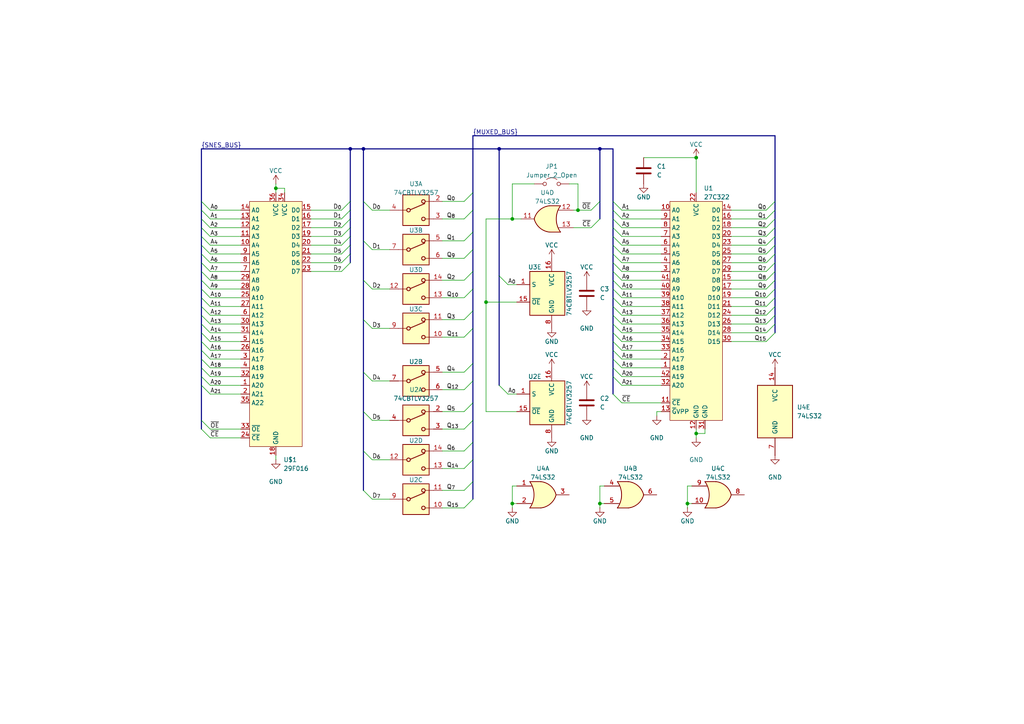
<source format=kicad_sch>
(kicad_sch (version 20231120) (generator "eeschema") (generator_version "8.0")
  (paper "A4")
  (title_block (title "SNES Mask ROM Adapter (27C322)") (date "2025-04-29") (rev "v1.0") (company "Mousebitelabs"))
  (lib_symbols
    (symbol "74xx:74CBTLV3257"
      (property "Reference" "U" (at 17.78 1.27 0))
      (property "Value" "74CBTLV3257" (at 15.24 -1.27 0))
      (symbol "74CBTLV3257_1_1"
        (rectangle (start -3.81 4.445) (end 3.81 -4.445) (stroke (width 0.254)) (fill (type background)))
        (circle (center -2.159 0) (radius 0.508) (stroke (width 0.254)))
        (polyline (pts (xy -5.08 0) (xy -2.794 0)))
        (polyline (pts (xy -1.651 0.127) (xy 2.54 1.905)) (stroke (width 0.254)))
        (polyline (pts (xy 5.08 -2.54) (xy 2.794 -2.54)))
        (polyline (pts (xy 5.08 2.54) (xy 2.794 2.54)))
        (circle (center 2.159 -2.54) (radius 0.508) (stroke (width 0.254)))
        (circle (center 2.159 2.54) (radius 0.508) (stroke (width 0.254)))
        (pin passive line (at 7.62 2.54 180) (length 2.54) (name "~") (number "2"))
        (pin passive line (at 7.62 -2.54 180) (length 2.54) (name "~") (number "3"))
        (pin passive line (at -7.62 0 0) (length 2.54) (name "~") (number "4"))
      )
      (symbol "74CBTLV3257_2_1"
        (rectangle (start -3.81 4.445) (end 3.81 -4.445) (stroke (width 0.254)) (fill (type background)))
        (circle (center -2.159 0) (radius 0.508) (stroke (width 0.254)))
        (polyline (pts (xy -5.08 0) (xy -2.794 0)))
        (polyline (pts (xy -1.651 0.127) (xy 2.54 1.905)) (stroke (width 0.254)))
        (polyline (pts (xy 5.08 -2.54) (xy 2.794 -2.54)))
        (polyline (pts (xy 5.08 2.54) (xy 2.794 2.54)))
        (circle (center 2.159 -2.54) (radius 0.508) (stroke (width 0.254)))
        (circle (center 2.159 2.54) (radius 0.508) (stroke (width 0.254)))
        (pin passive line (at 7.62 2.54 180) (length 2.54) (name "~") (number "5"))
        (pin passive line (at 7.62 -2.54 180) (length 2.54) (name "~") (number "6"))
        (pin passive line (at -7.62 0 0) (length 2.54) (name "~") (number "7"))
      )
      (symbol "74CBTLV3257_3_1"
        (rectangle (start -3.81 4.445) (end 3.81 -4.445) (stroke (width 0.254)) (fill (type background)))
        (circle (center -2.159 0) (radius 0.508) (stroke (width 0.254)))
        (polyline (pts (xy -5.08 0) (xy -2.794 0)))
        (polyline (pts (xy -1.651 0.127) (xy 2.54 1.905)) (stroke (width 0.254)))
        (polyline (pts (xy 5.08 -2.54) (xy 2.794 -2.54)))
        (polyline (pts (xy 5.08 2.54) (xy 2.794 2.54)))
        (circle (center 2.159 -2.54) (radius 0.508) (stroke (width 0.254)))
        (circle (center 2.159 2.54) (radius 0.508) (stroke (width 0.254)))
        (pin passive line (at 7.62 -2.54 180) (length 2.54) (name "~") (number "10"))
        (pin passive line (at 7.62 2.54 180) (length 2.54) (name "~") (number "11"))
        (pin passive line (at -7.62 0 0) (length 2.54) (name "~") (number "9"))
      )
      (symbol "74CBTLV3257_4_1"
        (rectangle (start -3.81 4.445) (end 3.81 -4.445) (stroke (width 0.254)) (fill (type background)))
        (circle (center -2.159 0) (radius 0.508) (stroke (width 0.254)))
        (polyline (pts (xy -5.08 0) (xy -2.794 0)))
        (polyline (pts (xy -1.651 0.127) (xy 2.54 1.905)) (stroke (width 0.254)))
        (polyline (pts (xy 5.08 -2.54) (xy 2.794 -2.54)))
        (polyline (pts (xy 5.08 2.54) (xy 2.794 2.54)))
        (circle (center 2.159 -2.54) (radius 0.508) (stroke (width 0.254)))
        (circle (center 2.159 2.54) (radius 0.508) (stroke (width 0.254)))
        (pin passive line (at -7.62 0 0) (length 2.54) (name "~") (number "12"))
        (pin passive line (at 7.62 -2.54 180) (length 2.54) (name "~") (number "13"))
        (pin passive line (at 7.62 2.54 180) (length 2.54) (name "~") (number "14"))
      )
      (symbol "74CBTLV3257_5_1"
        (rectangle (start 3.81 6.35) (end -6.35 -6.35) (stroke (width 0.254)) (fill (type background)))
        (pin input line (at -10.16 2.54 0) (length 3.81) (name "S") (number "1"))
        (pin input line (at -10.16 -2.54 0) (length 3.81) (name "~{OE}") (number "15"))
        (pin power_in line (at 0 10.16 270) (length 3.81) (name "VCC") (number "16"))
        (pin power_in line (at 0 -10.16 90) (length 3.81) (name "GND") (number "8"))
      )
    )
    (symbol "74xx:74LS32" (pin_names (offset 1.016))
      (property "Reference" "U" (at 0 1.27 0))
      (property "Value" "74LS32" (at 0 -1.27 0))
      (symbol "74LS32_1_1"
        (arc (start -3.81 -3.81) (mid -2.589 0) (end -3.81 3.81) (stroke (width 0.254)))
        (arc (start -0.6096 -3.81) (mid 2.1842 -2.5851) (end 3.81 0) (stroke (width 0.254)) (fill (type background)))
        (polyline (pts (xy -3.81 -3.81) (xy -0.635 -3.81)) (stroke (width 0.254)) (fill (type background)))
        (polyline (pts (xy -3.81 3.81) (xy -0.635 3.81)) (stroke (width 0.254)) (fill (type background)))
        (polyline (pts (xy -0.635 3.81) (xy -3.81 3.81) (xy -3.81 3.81) (xy -3.556 3.4036) (xy -3.0226 2.2606) (xy -2.6924 1.0414) (xy -2.6162 -0.254) (xy -2.7686 -1.4986) (xy -3.175 -2.7178) (xy -3.81 -3.81) (xy -3.81 -3.81) (xy -0.635 -3.81)) (stroke (width -25.4)) (fill (type background)))
        (arc (start 3.81 0) (mid 2.1915 2.5936) (end -0.6096 3.81) (stroke (width 0.254)) (fill (type background)))
        (pin input line (at -7.62 2.54 0) (length 4.318) (name "~") (number "1"))
        (pin input line (at -7.62 -2.54 0) (length 4.318) (name "~") (number "2"))
        (pin output line (at 7.62 0 180) (length 3.81) (name "~") (number "3"))
      )
      (symbol "74LS32_1_2"
        (arc (start 0 -3.81) (mid 3.7934 0) (end 0 3.81) (stroke (width 0.254)) (fill (type background)))
        (polyline (pts (xy 0 3.81) (xy -3.81 3.81) (xy -3.81 -3.81) (xy 0 -3.81)) (stroke (width 0.254)) (fill (type background)))
        (pin input inverted (at -7.62 2.54 0) (length 3.81) (name "~") (number "1"))
        (pin input inverted (at -7.62 -2.54 0) (length 3.81) (name "~") (number "2"))
        (pin output inverted (at 7.62 0 180) (length 3.81) (name "~") (number "3"))
      )
      (symbol "74LS32_2_1"
        (arc (start -3.81 -3.81) (mid -2.589 0) (end -3.81 3.81) (stroke (width 0.254)))
        (arc (start -0.6096 -3.81) (mid 2.1842 -2.5851) (end 3.81 0) (stroke (width 0.254)) (fill (type background)))
        (polyline (pts (xy -3.81 -3.81) (xy -0.635 -3.81)) (stroke (width 0.254)) (fill (type background)))
        (polyline (pts (xy -3.81 3.81) (xy -0.635 3.81)) (stroke (width 0.254)) (fill (type background)))
        (polyline (pts (xy -0.635 3.81) (xy -3.81 3.81) (xy -3.81 3.81) (xy -3.556 3.4036) (xy -3.0226 2.2606) (xy -2.6924 1.0414) (xy -2.6162 -0.254) (xy -2.7686 -1.4986) (xy -3.175 -2.7178) (xy -3.81 -3.81) (xy -3.81 -3.81) (xy -0.635 -3.81)) (stroke (width -25.4)) (fill (type background)))
        (arc (start 3.81 0) (mid 2.1915 2.5936) (end -0.6096 3.81) (stroke (width 0.254)) (fill (type background)))
        (pin input line (at -7.62 2.54 0) (length 4.318) (name "~") (number "4"))
        (pin input line (at -7.62 -2.54 0) (length 4.318) (name "~") (number "5"))
        (pin output line (at 7.62 0 180) (length 3.81) (name "~") (number "6"))
      )
      (symbol "74LS32_2_2"
        (arc (start 0 -3.81) (mid 3.7934 0) (end 0 3.81) (stroke (width 0.254)) (fill (type background)))
        (polyline (pts (xy 0 3.81) (xy -3.81 3.81) (xy -3.81 -3.81) (xy 0 -3.81)) (stroke (width 0.254)) (fill (type background)))
        (pin input inverted (at -7.62 2.54 0) (length 3.81) (name "~") (number "4"))
        (pin input inverted (at -7.62 -2.54 0) (length 3.81) (name "~") (number "5"))
        (pin output inverted (at 7.62 0 180) (length 3.81) (name "~") (number "6"))
      )
      (symbol "74LS32_3_1"
        (arc (start -3.81 -3.81) (mid -2.589 0) (end -3.81 3.81) (stroke (width 0.254)))
        (arc (start -0.6096 -3.81) (mid 2.1842 -2.5851) (end 3.81 0) (stroke (width 0.254)) (fill (type background)))
        (polyline (pts (xy -3.81 -3.81) (xy -0.635 -3.81)) (stroke (width 0.254)) (fill (type background)))
        (polyline (pts (xy -3.81 3.81) (xy -0.635 3.81)) (stroke (width 0.254)) (fill (type background)))
        (polyline (pts (xy -0.635 3.81) (xy -3.81 3.81) (xy -3.81 3.81) (xy -3.556 3.4036) (xy -3.0226 2.2606) (xy -2.6924 1.0414) (xy -2.6162 -0.254) (xy -2.7686 -1.4986) (xy -3.175 -2.7178) (xy -3.81 -3.81) (xy -3.81 -3.81) (xy -0.635 -3.81)) (stroke (width -25.4)) (fill (type background)))
        (arc (start 3.81 0) (mid 2.1915 2.5936) (end -0.6096 3.81) (stroke (width 0.254)) (fill (type background)))
        (pin input line (at -7.62 -2.54 0) (length 4.318) (name "~") (number "10"))
        (pin output line (at 7.62 0 180) (length 3.81) (name "~") (number "8"))
        (pin input line (at -7.62 2.54 0) (length 4.318) (name "~") (number "9"))
      )
      (symbol "74LS32_3_2"
        (arc (start 0 -3.81) (mid 3.7934 0) (end 0 3.81) (stroke (width 0.254)) (fill (type background)))
        (polyline (pts (xy 0 3.81) (xy -3.81 3.81) (xy -3.81 -3.81) (xy 0 -3.81)) (stroke (width 0.254)) (fill (type background)))
        (pin input inverted (at -7.62 -2.54 0) (length 3.81) (name "~") (number "10"))
        (pin output inverted (at 7.62 0 180) (length 3.81) (name "~") (number "8"))
        (pin input inverted (at -7.62 2.54 0) (length 3.81) (name "~") (number "9"))
      )
      (symbol "74LS32_4_1"
        (arc (start -3.81 -3.81) (mid -2.589 0) (end -3.81 3.81) (stroke (width 0.254)))
        (arc (start -0.6096 -3.81) (mid 2.1842 -2.5851) (end 3.81 0) (stroke (width 0.254)) (fill (type background)))
        (polyline (pts (xy -3.81 -3.81) (xy -0.635 -3.81)) (stroke (width 0.254)) (fill (type background)))
        (polyline (pts (xy -3.81 3.81) (xy -0.635 3.81)) (stroke (width 0.254)) (fill (type background)))
        (polyline (pts (xy -0.635 3.81) (xy -3.81 3.81) (xy -3.81 3.81) (xy -3.556 3.4036) (xy -3.0226 2.2606) (xy -2.6924 1.0414) (xy -2.6162 -0.254) (xy -2.7686 -1.4986) (xy -3.175 -2.7178) (xy -3.81 -3.81) (xy -3.81 -3.81) (xy -0.635 -3.81)) (stroke (width -25.4)) (fill (type background)))
        (arc (start 3.81 0) (mid 2.1915 2.5936) (end -0.6096 3.81) (stroke (width 0.254)) (fill (type background)))
        (pin output line (at 7.62 0 180) (length 3.81) (name "~") (number "11"))
        (pin input line (at -7.62 2.54 0) (length 4.318) (name "~") (number "12"))
        (pin input line (at -7.62 -2.54 0) (length 4.318) (name "~") (number "13"))
      )
      (symbol "74LS32_4_2"
        (arc (start 0 -3.81) (mid 3.7934 0) (end 0 3.81) (stroke (width 0.254)) (fill (type background)))
        (polyline (pts (xy 0 3.81) (xy -3.81 3.81) (xy -3.81 -3.81) (xy 0 -3.81)) (stroke (width 0.254)) (fill (type background)))
        (pin output inverted (at 7.62 0 180) (length 3.81) (name "~") (number "11"))
        (pin input inverted (at -7.62 2.54 0) (length 3.81) (name "~") (number "12"))
        (pin input inverted (at -7.62 -2.54 0) (length 3.81) (name "~") (number "13"))
      )
      (symbol "74LS32_5_0"
        (pin power_in line (at 0 12.7 270) (length 5.08) (name "VCC") (number "14"))
        (pin power_in line (at 0 -12.7 90) (length 5.08) (name "GND") (number "7"))
      )
      (symbol "74LS32_5_1"
        (rectangle (start -5.08 7.62) (end 5.08 -7.62) (stroke (width 0.254)) (fill (type background)))
      )
    )
    (symbol "Bucketmouse:27C322"
      (property "Reference" "U" (at -7.62 31.75 0))
      (property "Value" "27C322" (at -10.414 -34.29 0))
      (symbol "27C322_1_1"
        (rectangle (start -7.62 30.48) (end 7.62 -33.02) (fill (type background)))
        (pin input line (at -10.16 -17.78 0) (length 2.54) (name "A18") (number "1"))
        (pin input line (at -10.16 27.94 0) (length 2.54) (name "A0") (number "10"))
        (pin input line (at -10.16 -27.94 0) (length 2.54) (name "~{CE}") (number "11"))
        (pin power_in line (at 0 -35.56 90) (length 2.54) (name "GND") (number "12"))
        (pin input line (at -10.16 -30.48 0) (length 2.54) (name "~{G}VPP") (number "13"))
        (pin tri_state line (at 10.16 27.94 180) (length 2.54) (name "D0") (number "14"))
        (pin tri_state line (at 10.16 7.62 180) (length 2.54) (name "D8") (number "15"))
        (pin tri_state line (at 10.16 25.4 180) (length 2.54) (name "D1") (number "16"))
        (pin tri_state line (at 10.16 5.08 180) (length 2.54) (name "D9") (number "17"))
        (pin tri_state line (at 10.16 22.86 180) (length 2.54) (name "D2") (number "18"))
        (pin tri_state line (at 10.16 2.54 180) (length 2.54) (name "D10") (number "19"))
        (pin input line (at -10.16 -15.24 0) (length 2.54) (name "A17") (number "2"))
        (pin tri_state line (at 10.16 20.32 180) (length 2.54) (name "D3") (number "20"))
        (pin tri_state line (at 10.16 0 180) (length 2.54) (name "D11") (number "21"))
        (pin power_in line (at 0 33.02 270) (length 2.54) (name "VCC") (number "22"))
        (pin tri_state line (at 10.16 17.78 180) (length 2.54) (name "D4") (number "23"))
        (pin tri_state line (at 10.16 -2.54 180) (length 2.54) (name "D12") (number "24"))
        (pin tri_state line (at 10.16 15.24 180) (length 2.54) (name "D5") (number "25"))
        (pin tri_state line (at 10.16 -5.08 180) (length 2.54) (name "D13") (number "26"))
        (pin tri_state line (at 10.16 12.7 180) (length 2.54) (name "D6") (number "27"))
        (pin tri_state line (at 10.16 -7.62 180) (length 2.54) (name "D14") (number "28"))
        (pin tri_state line (at 10.16 10.16 180) (length 2.54) (name "D7") (number "29"))
        (pin input line (at -10.16 10.16 0) (length 2.54) (name "A7") (number "3"))
        (pin tri_state line (at 10.16 -10.16 180) (length 2.54) (name "D15") (number "30"))
        (pin power_in line (at 2.54 -35.56 90) (length 2.54) (name "GND") (number "31"))
        (pin input line (at -10.16 -22.86 0) (length 2.54) (name "A20") (number "32"))
        (pin input line (at -10.16 -12.7 0) (length 2.54) (name "A16") (number "33"))
        (pin input line (at -10.16 -10.16 0) (length 2.54) (name "A15") (number "34"))
        (pin input line (at -10.16 -7.62 0) (length 2.54) (name "A14") (number "35"))
        (pin input line (at -10.16 -5.08 0) (length 2.54) (name "A13") (number "36"))
        (pin input line (at -10.16 -2.54 0) (length 2.54) (name "A12") (number "37"))
        (pin input line (at -10.16 0 0) (length 2.54) (name "A11") (number "38"))
        (pin input line (at -10.16 2.54 0) (length 2.54) (name "A10") (number "39"))
        (pin input line (at -10.16 12.7 0) (length 2.54) (name "A6") (number "4"))
        (pin input line (at -10.16 5.08 0) (length 2.54) (name "A9") (number "40"))
        (pin input line (at -10.16 7.62 0) (length 2.54) (name "A8") (number "41"))
        (pin input line (at -10.16 -20.32 0) (length 2.54) (name "A19") (number "42"))
        (pin input line (at -10.16 15.24 0) (length 2.54) (name "A5") (number "5"))
        (pin input line (at -10.16 17.78 0) (length 2.54) (name "A4") (number "6"))
        (pin input line (at -10.16 20.32 0) (length 2.54) (name "A3") (number "7"))
        (pin input line (at -10.16 22.86 0) (length 2.54) (name "A2") (number "8"))
        (pin input line (at -10.16 25.4 0) (length 2.54) (name "A1") (number "9"))
      )
    )
    (symbol "Bucketmouse:SNES_Mask_ROM"
      (property "Reference" "U" (at -7.62 31.75 0))
      (property "Value" "29F016" (at -10.414 -42.164 0))
      (symbol "SNES_Mask_ROM_1_1"
        (rectangle (start -7.62 30.48) (end 7.62 -40.64) (fill (type background)))
        (pin output line (at -10.16 -22.86 0) (length 2.54) (name "A20") (number "1"))
        (pin output line (at -10.16 17.78 0) (length 2.54) (name "A4") (number "10"))
        (pin output line (at -10.16 20.32 0) (length 2.54) (name "A3") (number "11"))
        (pin output line (at -10.16 22.86 0) (length 2.54) (name "A2") (number "12"))
        (pin output line (at -10.16 25.4 0) (length 2.54) (name "A1") (number "13"))
        (pin output line (at -10.16 27.94 0) (length 2.54) (name "A0") (number "14"))
        (pin bidirectional line (at 10.16 27.94 180) (length 2.54) (name "D0") (number "15"))
        (pin bidirectional line (at 10.16 25.4 180) (length 2.54) (name "D1") (number "16"))
        (pin bidirectional line (at 10.16 22.86 180) (length 2.54) (name "D2") (number "17"))
        (pin power_in line (at 0 -43.18 90) (length 2.54) (name "GND") (number "18"))
        (pin bidirectional line (at 10.16 20.32 180) (length 2.54) (name "D3") (number "19"))
        (pin output line (at -10.16 -25.4 0) (length 2.54) (name "A21") (number "2"))
        (pin bidirectional line (at 10.16 17.78 180) (length 2.54) (name "D4") (number "20"))
        (pin bidirectional line (at 10.16 15.24 180) (length 2.54) (name "D5") (number "21"))
        (pin bidirectional line (at 10.16 12.7 180) (length 2.54) (name "D6") (number "22"))
        (pin bidirectional line (at 10.16 10.16 180) (length 2.54) (name "D7") (number "23"))
        (pin input line (at -10.16 -38.1 0) (length 2.54) (name "~{CE}") (number "24"))
        (pin output line (at -10.16 2.54 0) (length 2.54) (name "A10") (number "25"))
        (pin output line (at -10.16 -12.7 0) (length 2.54) (name "A16") (number "26"))
        (pin output line (at -10.16 0 0) (length 2.54) (name "A11") (number "27"))
        (pin output line (at -10.16 5.08 0) (length 2.54) (name "A9") (number "28"))
        (pin output line (at -10.16 7.62 0) (length 2.54) (name "A8") (number "29"))
        (pin output line (at -10.16 -15.24 0) (length 2.54) (name "A17") (number "3"))
        (pin output line (at -10.16 -5.08 0) (length 2.54) (name "A13") (number "30"))
        (pin output line (at -10.16 -7.62 0) (length 2.54) (name "A14") (number "31"))
        (pin output line (at -10.16 -20.32 0) (length 2.54) (name "A19") (number "32"))
        (pin input line (at -10.16 -35.56 0) (length 2.54) (name "~{OE}") (number "33"))
        (pin power_in line (at 2.54 33.02 270) (length 2.54) (name "VCC") (number "34"))
        (pin output line (at -10.16 -27.94 0) (length 2.54) (name "A22") (number "35"))
        (pin power_in line (at 0 33.02 270) (length 2.54) (name "VCC") (number "36"))
        (pin output line (at -10.16 -17.78 0) (length 2.54) (name "A18") (number "4"))
        (pin output line (at -10.16 -10.16 0) (length 2.54) (name "A15") (number "5"))
        (pin output line (at -10.16 -2.54 0) (length 2.54) (name "A12") (number "6"))
        (pin output line (at -10.16 10.16 0) (length 2.54) (name "A7") (number "7"))
        (pin output line (at -10.16 12.7 0) (length 2.54) (name "A6") (number "8"))
        (pin output line (at -10.16 15.24 0) (length 2.54) (name "A5") (number "9"))
      )
    )
    (symbol "Device:C" (pin_numbers hide) (pin_names (offset 0.254))
      (property "Reference" "C" (at 0.635 2.54 0))
      (property "Value" "C" (at 0.635 -2.54 0))
      (symbol "C_0_1"
        (polyline (pts (xy -2.032 -0.762) (xy 2.032 -0.762)) (stroke (width 0.508)))
        (polyline (pts (xy -2.032 0.762) (xy 2.032 0.762)) (stroke (width 0.508)))
      )
      (symbol "C_1_1"
        (pin passive line (at 0 3.81 270) (length 2.794) (name "~") (number "1"))
        (pin passive line (at 0 -3.81 90) (length 2.794) (name "~") (number "2"))
      )
    )
    (symbol "Jumper:Jumper_2_Open" (pin_numbers hide) (pin_names (offset 0) hide) (exclude_from_sim yes)
      (property "Reference" "JP" (at 0 2.794 0))
      (property "Value" "Jumper_2_Open" (at 0 -2.286 0))
      (symbol "Jumper_2_Open_0_0"
        (circle (center -2.032 0) (radius 0.508))
        (circle (center 2.032 0) (radius 0.508))
      )
      (symbol "Jumper_2_Open_0_1"
        (arc (start 1.524 1.27) (mid 0 1.778) (end -1.524 1.27))
      )
      (symbol "Jumper_2_Open_1_1"
        (pin passive line (at -5.08 0 0) (length 2.54) (name "A") (number "1"))
        (pin passive line (at 5.08 0 180) (length 2.54) (name "B") (number "2"))
      )
    )
    (symbol "power:GND" (power) (pin_numbers hide) (pin_names (offset 0) hide)
      (property "Value" "GND" (at 0 -3.81 0))
      (symbol "GND_0_1"
        (polyline (pts (xy 0 0) (xy 0 -1.27) (xy 1.27 -1.27) (xy 0 -2.54) (xy -1.27 -1.27) (xy 0 -1.27)))
      )
      (symbol "GND_1_1"
        (pin power_in line (at 0 0 270) (length 0) (name "~") (number "1"))
      )
    )
    (symbol "power:VCC" (power) (pin_numbers hide) (pin_names (offset 0) hide)
      (property "Value" "VCC" (at 0 3.556 0))
      (symbol "VCC_0_1"
        (polyline (pts (xy -0.762 1.27) (xy 0 2.54)))
        (polyline (pts (xy 0 0) (xy 0 2.54)))
        (polyline (pts (xy 0 2.54) (xy 0.762 1.27)))
      )
      (symbol "VCC_1_1"
        (pin power_in line (at 0 0 90) (length 0) (name "~") (number "1"))
      )
    )
  )
  (bus_alias "MUXED_BUS" (members "Q_{0}" "Q_{1}" "Q_{2}" "Q_{3}" "Q_{4}" "Q_{5}" "Q_{6}" "Q_{7}" "Q_{8}" "Q_{9}" "Q_{10}" "Q_{11}" "Q_{12}" "Q_{13}" "Q_{14}" "Q_{15}"))
  (bus_alias "SNES_BUS" (members "A_{0}" "A_{1}" "A_{2}" "A_{3}" "A_{4}" "A_{5}" "A_{6}" "A_{7}" "A_{8}" "A_{9}" "A_{10}" "A_{11}" "A_{12}" "A_{13}" "A_{14}" "A_{15}" "A_{16}" "A_{17}" "A_{18}" "A_{19}" "A_{20}" "A_{21}" "~{OE}" "~{CE}" "D_{0}" "D_{1}" "D_{2}" "D_{3}" "D_{4}" "D_{5}" "D_{6}" "D_{7}"))
  (junction (at 101.6 43.18))
  (junction (at 201.93 125.73))
  (junction (at 199.39 146.05))
  (junction (at 167.64 60.96))
  (junction (at 144.78 43.18))
  (junction (at 140.97 87.63))
  (junction (at 173.99 146.05))
  (junction (at 148.59 63.5))
  (junction (at 173.99 43.18))
  (junction (at 105.41 43.18))
  (junction (at 201.93 45.72))
  (junction (at 148.59 146.05))
  (junction (at 80.01 54.61))
  (bus_entry (at 177.8 88.9) (size 2.54 2.54))
  (bus_entry (at 177.8 93.98) (size 2.54 2.54))
  (bus_entry (at 137.16 78.74) (size -2.54 2.54))
  (bus_entry (at 224.79 66.04) (size -2.54 2.54))
  (bus_entry (at 177.8 66.04) (size 2.54 2.54))
  (bus_entry (at 224.79 81.28) (size -2.54 2.54))
  (bus_entry (at 177.8 81.28) (size 2.54 2.54))
  (bus_entry (at 137.16 67.31) (size -2.54 2.54))
  (bus_entry (at 58.42 66.04) (size 2.54 2.54))
  (bus_entry (at 137.16 116.84) (size -2.54 2.54))
  (bus_entry (at 58.42 58.42) (size 2.54 2.54))
  (bus_entry (at 105.41 58.42) (size 2.54 2.54))
  (bus_entry (at 101.6 60.96) (size -2.54 2.54))
  (bus_entry (at 224.79 60.96) (size -2.54 2.54))
  (bus_entry (at 177.8 63.5) (size 2.54 2.54))
  (bus_entry (at 177.8 76.2) (size 2.54 2.54))
  (bus_entry (at 173.99 63.5) (size -2.54 2.54))
  (bus_entry (at 177.8 86.36) (size 2.54 2.54))
  (bus_entry (at 177.8 91.44) (size 2.54 2.54))
  (bus_entry (at 137.16 55.88) (size -2.54 2.54))
  (bus_entry (at 177.8 104.14) (size 2.54 2.54))
  (bus_entry (at 137.16 110.49) (size -2.54 2.54))
  (bus_entry (at 101.6 71.12) (size -2.54 2.54))
  (bus_entry (at 101.6 63.5) (size -2.54 2.54))
  (bus_entry (at 58.42 101.6) (size 2.54 2.54))
  (bus_entry (at 58.42 96.52) (size 2.54 2.54))
  (bus_entry (at 177.8 106.68) (size 2.54 2.54))
  (bus_entry (at 137.16 121.92) (size -2.54 2.54))
  (bus_entry (at 224.79 88.9) (size -2.54 2.54))
  (bus_entry (at 137.16 105.41) (size -2.54 2.54))
  (bus_entry (at 224.79 68.58) (size -2.54 2.54))
  (bus_entry (at 101.6 66.04) (size -2.54 2.54))
  (bus_entry (at 58.42 109.22) (size 2.54 2.54))
  (bus_entry (at 105.41 69.85) (size 2.54 2.54))
  (bus_entry (at 105.41 92.71) (size 2.54 2.54))
  (bus_entry (at 58.42 121.92) (size 2.54 2.54))
  (bus_entry (at 224.79 96.52) (size -2.54 2.54))
  (bus_entry (at 58.42 83.82) (size 2.54 2.54))
  (bus_entry (at 177.8 68.58) (size 2.54 2.54))
  (bus_entry (at 224.79 83.82) (size -2.54 2.54))
  (bus_entry (at 177.8 99.06) (size 2.54 2.54))
  (bus_entry (at 177.8 73.66) (size 2.54 2.54))
  (bus_entry (at 58.42 86.36) (size 2.54 2.54))
  (bus_entry (at 105.41 142.24) (size 2.54 2.54))
  (bus_entry (at 177.8 58.42) (size 2.54 2.54))
  (bus_entry (at 137.16 133.35) (size -2.54 2.54))
  (bus_entry (at 224.79 78.74) (size -2.54 2.54))
  (bus_entry (at 137.16 139.7) (size -2.54 2.54))
  (bus_entry (at 58.42 99.06) (size 2.54 2.54))
  (bus_entry (at 177.8 109.22) (size 2.54 2.54))
  (bus_entry (at 58.42 88.9) (size 2.54 2.54))
  (bus_entry (at 58.42 73.66) (size 2.54 2.54))
  (bus_entry (at 137.16 60.96) (size -2.54 2.54))
  (bus_entry (at 58.42 111.76) (size 2.54 2.54))
  (bus_entry (at 144.78 80.01) (size 2.54 2.54))
  (bus_entry (at 177.8 71.12) (size 2.54 2.54))
  (bus_entry (at 224.79 91.44) (size -2.54 2.54))
  (bus_entry (at 58.42 93.98) (size 2.54 2.54))
  (bus_entry (at 224.79 76.2) (size -2.54 2.54))
  (bus_entry (at 58.42 63.5) (size 2.54 2.54))
  (bus_entry (at 177.8 78.74) (size 2.54 2.54))
  (bus_entry (at 137.16 90.17) (size -2.54 2.54))
  (bus_entry (at 105.41 81.28) (size 2.54 2.54))
  (bus_entry (at 105.41 107.95) (size 2.54 2.54))
  (bus_entry (at 58.42 68.58) (size 2.54 2.54))
  (bus_entry (at 173.99 58.42) (size -2.54 2.54))
  (bus_entry (at 177.8 101.6) (size 2.54 2.54))
  (bus_entry (at 58.42 124.46) (size 2.54 2.54))
  (bus_entry (at 224.79 58.42) (size -2.54 2.54))
  (bus_entry (at 137.16 95.25) (size -2.54 2.54))
  (bus_entry (at 58.42 76.2) (size 2.54 2.54))
  (bus_entry (at 224.79 73.66) (size -2.54 2.54))
  (bus_entry (at 137.16 144.78) (size -2.54 2.54))
  (bus_entry (at 58.42 91.44) (size 2.54 2.54))
  (bus_entry (at 224.79 86.36) (size -2.54 2.54))
  (bus_entry (at 105.41 130.81) (size 2.54 2.54))
  (bus_entry (at 177.8 60.96) (size 2.54 2.54))
  (bus_entry (at 137.16 83.82) (size -2.54 2.54))
  (bus_entry (at 101.6 73.66) (size -2.54 2.54))
  (bus_entry (at 58.42 60.96) (size 2.54 2.54))
  (bus_entry (at 224.79 71.12) (size -2.54 2.54))
  (bus_entry (at 58.42 81.28) (size 2.54 2.54))
  (bus_entry (at 101.6 58.42) (size -2.54 2.54))
  (bus_entry (at 177.8 96.52) (size 2.54 2.54))
  (bus_entry (at 224.79 93.98) (size -2.54 2.54))
  (bus_entry (at 224.79 63.5) (size -2.54 2.54))
  (bus_entry (at 137.16 128.27) (size -2.54 2.54))
  (bus_entry (at 58.42 71.12) (size 2.54 2.54))
  (bus_entry (at 137.16 72.39) (size -2.54 2.54))
  (bus_entry (at 177.8 83.82) (size 2.54 2.54))
  (bus_entry (at 101.6 76.2) (size -2.54 2.54))
  (bus_entry (at 58.42 106.68) (size 2.54 2.54))
  (bus_entry (at 177.8 114.3) (size 2.54 2.54))
  (bus_entry (at 144.78 111.76) (size 2.54 2.54))
  (bus_entry (at 101.6 68.58) (size -2.54 2.54))
  (bus_entry (at 58.42 104.14) (size 2.54 2.54))
  (bus_entry (at 58.42 78.74) (size 2.54 2.54))
  (bus_entry (at 105.41 119.38) (size 2.54 2.54))
  (wire (pts (xy 60.96 91.44) (xy 69.85 91.44)))
  (wire (pts (xy 128.27 58.42) (xy 134.62 58.42)))
  (bus (pts (xy 101.6 58.42) (xy 101.6 43.18)))
  (bus (pts (xy 224.79 83.82) (xy 224.79 81.28)))
  (wire (pts (xy 151.13 63.5) (xy 148.59 63.5)))
  (bus (pts (xy 101.6 68.58) (xy 101.6 66.04)))
  (wire (pts (xy 128.27 142.24) (xy 134.62 142.24)))
  (bus (pts (xy 58.42 76.2) (xy 58.42 78.74)))
  (wire (pts (xy 199.39 140.97) (xy 200.66 140.97)))
  (bus (pts (xy 177.8 78.74) (xy 177.8 81.28)))
  (wire (pts (xy 128.27 81.28) (xy 134.62 81.28)))
  (bus (pts (xy 101.6 73.66) (xy 101.6 71.12)))
  (bus (pts (xy 224.79 96.52) (xy 224.79 93.98)))
  (bus (pts (xy 177.8 88.9) (xy 177.8 91.44)))
  (wire (pts (xy 128.27 135.89) (xy 134.62 135.89)))
  (bus (pts (xy 177.8 109.22) (xy 177.8 114.3)))
  (wire (pts (xy 60.96 83.82) (xy 69.85 83.82)))
  (bus (pts (xy 137.16 139.7) (xy 137.16 144.78)))
  (wire (pts (xy 180.34 73.66) (xy 191.77 73.66)))
  (wire (pts (xy 180.34 111.76) (xy 191.77 111.76)))
  (wire (pts (xy 90.17 68.58) (xy 99.06 68.58)))
  (wire (pts (xy 147.32 82.55) (xy 149.86 82.55)))
  (bus (pts (xy 105.41 43.18) (xy 144.78 43.18)))
  (wire (pts (xy 180.34 86.36) (xy 191.77 86.36)))
  (wire (pts (xy 107.95 144.78) (xy 113.03 144.78)))
  (wire (pts (xy 222.25 93.98) (xy 212.09 93.98)))
  (bus (pts (xy 105.41 81.28) (xy 105.41 92.71)))
  (wire (pts (xy 80.01 54.61) (xy 80.01 55.88)))
  (bus (pts (xy 137.16 121.92) (xy 137.16 128.27)))
  (bus (pts (xy 177.8 106.68) (xy 177.8 109.22)))
  (bus (pts (xy 224.79 76.2) (xy 224.79 73.66)))
  (wire (pts (xy 180.34 83.82) (xy 191.77 83.82)))
  (wire (pts (xy 222.25 96.52) (xy 212.09 96.52)))
  (wire (pts (xy 222.25 78.74) (xy 212.09 78.74)))
  (bus (pts (xy 177.8 93.98) (xy 177.8 96.52)))
  (wire (pts (xy 60.96 109.22) (xy 69.85 109.22)))
  (bus (pts (xy 177.8 104.14) (xy 177.8 106.68)))
  (wire (pts (xy 180.34 109.22) (xy 191.77 109.22)))
  (bus (pts (xy 224.79 63.5) (xy 224.79 60.96)))
  (wire (pts (xy 180.34 116.84) (xy 191.77 116.84)))
  (bus (pts (xy 137.16 55.88) (xy 137.16 39.37)))
  (wire (pts (xy 180.34 76.2) (xy 191.77 76.2)))
  (bus (pts (xy 58.42 83.82) (xy 58.42 86.36)))
  (bus (pts (xy 137.16 95.25) (xy 137.16 105.41)))
  (bus (pts (xy 173.99 43.18) (xy 177.8 43.18)))
  (wire (pts (xy 201.93 125.73) (xy 204.47 125.73)))
  (wire (pts (xy 180.34 91.44) (xy 191.77 91.44)))
  (wire (pts (xy 60.96 60.96) (xy 69.85 60.96)))
  (wire (pts (xy 128.27 119.38) (xy 134.62 119.38)))
  (bus (pts (xy 224.79 71.12) (xy 224.79 68.58)))
  (wire (pts (xy 60.96 99.06) (xy 69.85 99.06)))
  (wire (pts (xy 128.27 130.81) (xy 134.62 130.81)))
  (bus (pts (xy 58.42 109.22) (xy 58.42 111.76)))
  (wire (pts (xy 148.59 146.05) (xy 148.59 147.32)))
  (bus (pts (xy 58.42 66.04) (xy 58.42 68.58)))
  (wire (pts (xy 180.34 88.9) (xy 191.77 88.9)))
  (wire (pts (xy 60.96 101.6) (xy 69.85 101.6)))
  (bus (pts (xy 58.42 43.18) (xy 58.42 58.42)))
  (bus (pts (xy 58.42 68.58) (xy 58.42 71.12)))
  (wire (pts (xy 180.34 104.14) (xy 191.77 104.14)))
  (wire (pts (xy 60.96 68.58) (xy 69.85 68.58)))
  (wire (pts (xy 199.39 146.05) (xy 199.39 147.32)))
  (bus (pts (xy 101.6 76.2) (xy 101.6 73.66)))
  (wire (pts (xy 180.34 63.5) (xy 191.77 63.5)))
  (wire (pts (xy 148.59 63.5) (xy 140.97 63.5)))
  (wire (pts (xy 128.27 86.36) (xy 134.62 86.36)))
  (wire (pts (xy 167.64 60.96) (xy 171.45 60.96)))
  (wire (pts (xy 154.94 53.34) (xy 148.59 53.34)))
  (wire (pts (xy 107.95 110.49) (xy 113.03 110.49)))
  (wire (pts (xy 90.17 71.12) (xy 99.06 71.12)))
  (bus (pts (xy 137.16 55.88) (xy 137.16 60.96)))
  (bus (pts (xy 137.16 90.17) (xy 137.16 95.25)))
  (bus (pts (xy 105.41 43.18) (xy 105.41 58.42)))
  (wire (pts (xy 107.95 83.82) (xy 113.03 83.82)))
  (wire (pts (xy 107.95 60.96) (xy 113.03 60.96)))
  (wire (pts (xy 107.95 95.25) (xy 113.03 95.25)))
  (wire (pts (xy 90.17 73.66) (xy 99.06 73.66)))
  (bus (pts (xy 58.42 106.68) (xy 58.42 109.22)))
  (wire (pts (xy 90.17 78.74) (xy 99.06 78.74)))
  (wire (pts (xy 147.32 114.3) (xy 149.86 114.3)))
  (bus (pts (xy 177.8 63.5) (xy 177.8 66.04)))
  (bus (pts (xy 58.42 96.52) (xy 58.42 99.06)))
  (bus (pts (xy 58.42 88.9) (xy 58.42 91.44)))
  (wire (pts (xy 128.27 107.95) (xy 134.62 107.95)))
  (bus (pts (xy 224.79 68.58) (xy 224.79 66.04)))
  (bus (pts (xy 105.41 119.38) (xy 105.41 130.81)))
  (wire (pts (xy 60.96 96.52) (xy 69.85 96.52)))
  (wire (pts (xy 60.96 93.98) (xy 69.85 93.98)))
  (bus (pts (xy 58.42 93.98) (xy 58.42 96.52)))
  (wire (pts (xy 148.59 140.97) (xy 148.59 146.05)))
  (bus (pts (xy 58.42 81.28) (xy 58.42 83.82)))
  (wire (pts (xy 180.34 60.96) (xy 191.77 60.96)))
  (bus (pts (xy 224.79 66.04) (xy 224.79 63.5)))
  (bus (pts (xy 58.42 73.66) (xy 58.42 76.2)))
  (wire (pts (xy 107.95 121.92) (xy 113.03 121.92)))
  (bus (pts (xy 58.42 60.96) (xy 58.42 63.5)))
  (wire (pts (xy 80.01 54.61) (xy 82.55 54.61)))
  (bus (pts (xy 144.78 80.01) (xy 144.78 111.76)))
  (wire (pts (xy 60.96 111.76) (xy 69.85 111.76)))
  (wire (pts (xy 149.86 146.05) (xy 148.59 146.05)))
  (bus (pts (xy 177.8 83.82) (xy 177.8 86.36)))
  (wire (pts (xy 128.27 69.85) (xy 134.62 69.85)))
  (bus (pts (xy 58.42 91.44) (xy 58.42 93.98)))
  (bus (pts (xy 101.6 60.96) (xy 101.6 58.42)))
  (bus (pts (xy 224.79 78.74) (xy 224.79 76.2)))
  (wire (pts (xy 60.96 104.14) (xy 69.85 104.14)))
  (wire (pts (xy 60.96 124.46) (xy 69.85 124.46)))
  (bus (pts (xy 224.79 86.36) (xy 224.79 83.82)))
  (wire (pts (xy 204.47 125.73) (xy 204.47 124.46)))
  (wire (pts (xy 180.34 68.58) (xy 191.77 68.58)))
  (wire (pts (xy 201.93 125.73) (xy 201.93 127)))
  (wire (pts (xy 60.96 78.74) (xy 69.85 78.74)))
  (wire (pts (xy 167.64 53.34) (xy 167.64 60.96)))
  (bus (pts (xy 101.6 71.12) (xy 101.6 68.58)))
  (bus (pts (xy 58.42 111.76) (xy 58.42 121.92)))
  (wire (pts (xy 222.25 60.96) (xy 212.09 60.96)))
  (bus (pts (xy 224.79 60.96) (xy 224.79 58.42)))
  (wire (pts (xy 80.01 132.08) (xy 80.01 133.35)))
  (bus (pts (xy 177.8 60.96) (xy 177.8 63.5)))
  (wire (pts (xy 60.96 63.5) (xy 69.85 63.5)))
  (bus (pts (xy 177.8 73.66) (xy 177.8 76.2)))
  (bus (pts (xy 224.79 88.9) (xy 224.79 86.36)))
  (bus (pts (xy 177.8 99.06) (xy 177.8 101.6)))
  (bus (pts (xy 105.41 69.85) (xy 105.41 81.28)))
  (wire (pts (xy 107.95 133.35) (xy 113.03 133.35)))
  (wire (pts (xy 60.96 127) (xy 69.85 127)))
  (bus (pts (xy 177.8 81.28) (xy 177.8 83.82)))
  (wire (pts (xy 222.25 86.36) (xy 212.09 86.36)))
  (bus (pts (xy 105.41 58.42) (xy 105.41 69.85)))
  (wire (pts (xy 165.1 53.34) (xy 167.64 53.34)))
  (wire (pts (xy 222.25 99.06) (xy 212.09 99.06)))
  (bus (pts (xy 137.16 105.41) (xy 137.16 110.49)))
  (bus (pts (xy 177.8 86.36) (xy 177.8 88.9)))
  (wire (pts (xy 90.17 60.96) (xy 99.06 60.96)))
  (bus (pts (xy 58.42 63.5) (xy 58.42 66.04)))
  (wire (pts (xy 180.34 106.68) (xy 191.77 106.68)))
  (bus (pts (xy 173.99 58.42) (xy 173.99 63.5)))
  (bus (pts (xy 105.41 130.81) (xy 105.41 142.24)))
  (wire (pts (xy 60.96 114.3) (xy 69.85 114.3)))
  (wire (pts (xy 175.26 140.97) (xy 173.99 140.97)))
  (wire (pts (xy 90.17 66.04) (xy 99.06 66.04)))
  (bus (pts (xy 177.8 91.44) (xy 177.8 93.98)))
  (wire (pts (xy 173.99 140.97) (xy 173.99 146.05)))
  (wire (pts (xy 222.25 73.66) (xy 212.09 73.66)))
  (wire (pts (xy 222.25 63.5) (xy 212.09 63.5)))
  (wire (pts (xy 140.97 87.63) (xy 140.97 119.38)))
  (bus (pts (xy 137.16 133.35) (xy 137.16 139.7)))
  (wire (pts (xy 128.27 97.79) (xy 134.62 97.79)))
  (wire (pts (xy 222.25 83.82) (xy 212.09 83.82)))
  (wire (pts (xy 80.01 53.34) (xy 80.01 54.61)))
  (wire (pts (xy 180.34 93.98) (xy 191.77 93.98)))
  (wire (pts (xy 128.27 63.5) (xy 134.62 63.5)))
  (bus (pts (xy 173.99 43.18) (xy 173.99 58.42)))
  (bus (pts (xy 58.42 58.42) (xy 58.42 60.96)))
  (wire (pts (xy 201.93 45.72) (xy 201.93 55.88)))
  (bus (pts (xy 137.16 128.27) (xy 137.16 133.35)))
  (bus (pts (xy 177.8 76.2) (xy 177.8 78.74)))
  (bus (pts (xy 105.41 107.95) (xy 105.41 119.38)))
  (wire (pts (xy 222.25 88.9) (xy 212.09 88.9)))
  (bus (pts (xy 58.42 99.06) (xy 58.42 101.6)))
  (wire (pts (xy 128.27 124.46) (xy 134.62 124.46)))
  (wire (pts (xy 149.86 140.97) (xy 148.59 140.97)))
  (wire (pts (xy 199.39 146.05) (xy 200.66 146.05)))
  (wire (pts (xy 190.5 120.65) (xy 190.5 119.38)))
  (wire (pts (xy 180.34 99.06) (xy 191.77 99.06)))
  (wire (pts (xy 148.59 53.34) (xy 148.59 63.5)))
  (wire (pts (xy 107.95 72.39) (xy 113.03 72.39)))
  (wire (pts (xy 222.25 66.04) (xy 212.09 66.04)))
  (bus (pts (xy 177.8 71.12) (xy 177.8 73.66)))
  (bus (pts (xy 137.16 72.39) (xy 137.16 78.74)))
  (wire (pts (xy 60.96 106.68) (xy 69.85 106.68)))
  (bus (pts (xy 58.42 86.36) (xy 58.42 88.9)))
  (wire (pts (xy 180.34 101.6) (xy 191.77 101.6)))
  (wire (pts (xy 222.25 68.58) (xy 212.09 68.58)))
  (wire (pts (xy 180.34 96.52) (xy 191.77 96.52)))
  (wire (pts (xy 128.27 92.71) (xy 134.62 92.71)))
  (bus (pts (xy 58.42 101.6) (xy 58.42 104.14)))
  (wire (pts (xy 60.96 88.9) (xy 69.85 88.9)))
  (wire (pts (xy 167.64 60.96) (xy 166.37 60.96)))
  (wire (pts (xy 222.25 71.12) (xy 212.09 71.12)))
  (bus (pts (xy 224.79 39.37) (xy 224.79 58.42)))
  (bus (pts (xy 58.42 104.14) (xy 58.42 106.68)))
  (wire (pts (xy 90.17 63.5) (xy 99.06 63.5)))
  (wire (pts (xy 180.34 71.12) (xy 191.77 71.12)))
  (wire (pts (xy 199.39 140.97) (xy 199.39 146.05)))
  (wire (pts (xy 60.96 71.12) (xy 69.85 71.12)))
  (wire (pts (xy 222.25 81.28) (xy 212.09 81.28)))
  (bus (pts (xy 177.8 96.52) (xy 177.8 99.06)))
  (wire (pts (xy 222.25 91.44) (xy 212.09 91.44)))
  (bus (pts (xy 224.79 73.66) (xy 224.79 71.12)))
  (wire (pts (xy 128.27 147.32) (xy 134.62 147.32)))
  (bus (pts (xy 58.42 71.12) (xy 58.42 73.66)))
  (bus (pts (xy 224.79 91.44) (xy 224.79 88.9)))
  (wire (pts (xy 180.34 78.74) (xy 191.77 78.74)))
  (wire (pts (xy 82.55 54.61) (xy 82.55 55.88)))
  (bus (pts (xy 137.16 39.37) (xy 224.79 39.37)))
  (wire (pts (xy 140.97 63.5) (xy 140.97 87.63)))
  (wire (pts (xy 180.34 66.04) (xy 191.77 66.04)))
  (bus (pts (xy 224.79 93.98) (xy 224.79 91.44)))
  (bus (pts (xy 137.16 67.31) (xy 137.16 72.39)))
  (wire (pts (xy 128.27 74.93) (xy 134.62 74.93)))
  (bus (pts (xy 137.16 110.49) (xy 137.16 116.84)))
  (bus (pts (xy 101.6 63.5) (xy 101.6 60.96)))
  (bus (pts (xy 177.8 58.42) (xy 177.8 60.96)))
  (wire (pts (xy 60.96 86.36) (xy 69.85 86.36)))
  (wire (pts (xy 190.5 119.38) (xy 191.77 119.38)))
  (bus (pts (xy 137.16 78.74) (xy 137.16 83.82)))
  (bus (pts (xy 137.16 83.82) (xy 137.16 90.17)))
  (bus (pts (xy 177.8 43.18) (xy 177.8 58.42)))
  (wire (pts (xy 166.37 66.04) (xy 171.45 66.04)))
  (bus (pts (xy 177.8 68.58) (xy 177.8 71.12)))
  (bus (pts (xy 137.16 60.96) (xy 137.16 67.31)))
  (wire (pts (xy 60.96 76.2) (xy 69.85 76.2)))
  (bus (pts (xy 58.42 121.92) (xy 58.42 124.46)))
  (wire (pts (xy 173.99 146.05) (xy 173.99 147.32)))
  (bus (pts (xy 144.78 43.18) (xy 173.99 43.18)))
  (wire (pts (xy 128.27 113.03) (xy 134.62 113.03)))
  (wire (pts (xy 222.25 76.2) (xy 212.09 76.2)))
  (wire (pts (xy 60.96 66.04) (xy 69.85 66.04)))
  (wire (pts (xy 140.97 119.38) (xy 149.86 119.38)))
  (bus (pts (xy 105.41 92.71) (xy 105.41 107.95)))
  (bus (pts (xy 58.42 78.74) (xy 58.42 81.28)))
  (wire (pts (xy 201.93 124.46) (xy 201.93 125.73)))
  (bus (pts (xy 177.8 66.04) (xy 177.8 68.58)))
  (bus (pts (xy 137.16 116.84) (xy 137.16 121.92)))
  (bus (pts (xy 58.42 43.18) (xy 101.6 43.18)))
  (bus (pts (xy 101.6 43.18) (xy 105.41 43.18)))
  (bus (pts (xy 224.79 81.28) (xy 224.79 78.74)))
  (wire (pts (xy 186.69 45.72) (xy 201.93 45.72)))
  (bus (pts (xy 101.6 66.04) (xy 101.6 63.5)))
  (bus (pts (xy 144.78 43.18) (xy 144.78 80.01)))
  (wire (pts (xy 90.17 76.2) (xy 99.06 76.2)))
  (wire (pts (xy 140.97 87.63) (xy 149.86 87.63)))
  (wire (pts (xy 60.96 73.66) (xy 69.85 73.66)))
  (wire (pts (xy 173.99 146.05) (xy 175.26 146.05)))
  (wire (pts (xy 180.34 81.28) (xy 191.77 81.28)))
  (bus (pts (xy 177.8 101.6) (xy 177.8 104.14)))
  (wire (pts (xy 60.96 81.28) (xy 69.85 81.28)))
  (label "Q_{15}" (at 222.25 99.06 180))
  (label "~{OE}" (at 60.96 124.46 0))
  (label "Q_{14}" (at 129.54 135.89 0))
  (label "D_{6}" (at 107.95 133.35 0))
  (label "A_{5}" (at 180.34 71.12 0))
  (label "~{CE}" (at 180.34 116.84 0))
  (label "A_{18}" (at 60.96 106.68 0))
  (label "Q_{1}" (at 222.25 63.5 180))
  (label "A_{10}" (at 60.96 86.36 0))
  (label "Q_{7}" (at 222.25 78.74 180))
  (label "~{CE}" (at 171.45 66.04 180))
  (label "A_{1}" (at 180.34 60.96 0))
  (label "A_{6}" (at 60.96 76.2 0))
  (label "Q_{0}" (at 129.54 58.42 0))
  (label "D_{4}" (at 107.95 110.49 0))
  (label "~{OE}" (at 171.45 60.96 180))
  (label "A_{14}" (at 180.34 93.98 0))
  (label "A_{21}" (at 60.96 114.3 0))
  (label "A_{6}" (at 180.34 73.66 0))
  (label "A_{16}" (at 180.34 99.06 0))
  (label "A_{4}" (at 180.34 68.58 0))
  (label "Q_{11}" (at 222.25 88.9 180))
  (label "A_{14}" (at 60.96 96.52 0))
  (label "Q_{2}" (at 222.25 66.04 180))
  (label "Q_{12}" (at 129.54 113.03 0))
  (label "Q_{10}" (at 129.54 86.36 0))
  (label "Q_{5}" (at 222.25 73.66 180))
  (label "Q_{9}" (at 129.54 74.93 0))
  (label "A_{13}" (at 60.96 93.98 0))
  (label "Q_{6}" (at 129.54 130.81 0))
  (label "Q_{2}" (at 129.54 81.28 0))
  (label "D_{7}" (at 99.06 78.74 180))
  (label "A_{13}" (at 180.34 91.44 0))
  (label "A_{11}" (at 180.34 86.36 0))
  (label "Q_{9}" (at 222.25 83.82 180))
  (label "D_{6}" (at 99.06 76.2 180))
  (label "Q_{13}" (at 129.54 124.46 0))
  (label "A_{20}" (at 60.96 111.76 0))
  (label "D_{3}" (at 99.06 68.58 180))
  (label "D_{2}" (at 107.95 83.82 0))
  (label "{MUXED_BUS}" (at 137.16 39.37 0))
  (label "Q_{3}" (at 129.54 92.71 0))
  (label "A_{19}" (at 180.34 106.68 0))
  (label "A_{12}" (at 180.34 88.9 0))
  (label "A_{2}" (at 60.96 66.04 0))
  (label "A_{11}" (at 60.96 88.9 0))
  (label "Q_{15}" (at 129.54 147.32 0))
  (label "Q_{8}" (at 222.25 81.28 180))
  (label "A_{20}" (at 180.34 109.22 0))
  (label "D_{5}" (at 107.95 121.92 0))
  (label "D_{7}" (at 107.95 144.78 0))
  (label "A_{18}" (at 180.34 104.14 0))
  (label "Q_{7}" (at 129.54 142.24 0))
  (label "A_{15}" (at 180.34 96.52 0))
  (label "D_{0}" (at 99.06 60.96 180))
  (label "A_{17}" (at 180.34 101.6 0))
  (label "A_{9}" (at 180.34 81.28 0))
  (label "Q_{10}" (at 222.25 86.36 180))
  (label "A_{1}" (at 60.96 63.5 0))
  (label "A_{19}" (at 60.96 109.22 0))
  (label "A_{16}" (at 60.96 101.6 0))
  (label "A_{7}" (at 180.34 76.2 0))
  (label "Q_{1}" (at 129.54 69.85 0))
  (label "Q_{13}" (at 222.25 93.98 180))
  (label "A_{17}" (at 60.96 104.14 0))
  (label "A_{21}" (at 180.34 111.76 0))
  (label "A_{8}" (at 60.96 81.28 0))
  (label "A_{2}" (at 180.34 63.5 0))
  (label "A_{8}" (at 180.34 78.74 0))
  (label "A_{3}" (at 60.96 68.58 0))
  (label "Q_{4}" (at 222.25 71.12 180))
  (label "A_{7}" (at 60.96 78.74 0))
  (label "D_{4}" (at 99.06 71.12 180))
  (label "Q_{5}" (at 129.54 119.38 0))
  (label "Q_{14}" (at 222.25 96.52 180))
  (label "Q_{0}" (at 222.25 60.96 180))
  (label "Q_{11}" (at 129.54 97.79 0))
  (label "A_{0}" (at 147.32 114.3 0))
  (label "D_{5}" (at 99.06 73.66 180))
  (label "A_{9}" (at 60.96 83.82 0))
  (label "Q_{3}" (at 222.25 68.58 180))
  (label "A_{3}" (at 180.34 66.04 0))
  (label "A_{4}" (at 60.96 71.12 0))
  (label "D_{3}" (at 107.95 95.25 0))
  (label "A_{0}" (at 147.32 82.55 0))
  (label "A_{0}" (at 60.96 60.96 0))
  (label "~{CE}" (at 60.96 127 0))
  (label "D_{0}" (at 107.95 60.96 0))
  (label "D_{1}" (at 99.06 63.5 180))
  (label "A_{15}" (at 60.96 99.06 0))
  (label "A_{12}" (at 60.96 91.44 0))
  (label "Q_{12}" (at 222.25 91.44 180))
  (label "D_{2}" (at 99.06 66.04 180))
  (label "Q_{6}" (at 222.25 76.2 180))
  (label "D_{1}" (at 107.95 72.39 0))
  (label "{SNES_BUS}" (at 58.42 43.18 0))
  (label "Q_{4}" (at 129.54 107.95 0))
  (label "A_{10}" (at 180.34 83.82 0))
  (label "Q_{8}" (at 129.54 63.5 0))
  (label "A_{5}" (at 60.96 73.66 0))
  (symbol (lib_id "74xx:74LS32") (at 158.75 63.5 0) (mirror y) (unit 4)
    (property "Reference" "U4" (at 158.75 55.88 0))
    (property "Value" "74LS32" (at 158.75 58.42 0))
    (property "Footprint" "Bucketmouse:DIP-14_W7.62mm" (effects (hide yes)))
    (property "Datasheet" "http://www.ti.com/lit/gpn/sn74LS32" (effects (hide yes)))
    (property "Description" "Quad 2-input OR" (effects (hide yes)))
  )
  (symbol (lib_id "74xx:74CBTLV3257") (at 120.65 60.96 0) (unit 1)
    (property "Reference" "U3" (at 120.65 53.34 0))
    (property "Value" "74CBTLV3257" (at 120.65 55.88 0))
    (property "Footprint" "Bucketmouse:DIP-16_W7.62mm" (effects (hide yes)))
    (property "Datasheet" "http://www.ti.com/lit/ds/symlink/sn74cbtlv3257.pdf" (effects (hide yes)))
    (property "Description" "Quad 1:2 FET Multiplexer/Demultiplexer, Low-Voltage" (effects (hide yes)))
  )
  (symbol (lib_id "power:VCC") (at 224.79 106.68 0) (unit 1)
    (property "Reference" "#PWR011" (effects (hide yes)))
    (property "Value" "VCC" (at 224.79 102.87 0))
    (property "Description" "Power symbol creates a global label with name \"VCC\"" (effects (hide yes)))
  )
  (symbol (lib_id "power:VCC") (at 170.18 81.28 0) (unit 1)
    (property "Reference" "#PWR016" (effects (hide yes)))
    (property "Value" "VCC" (at 170.18 77.47 0))
    (property "Description" "Power symbol creates a global label with name \"VCC\"" (effects (hide yes)))
  )
  (symbol (lib_id "74xx:74CBTLV3257") (at 120.65 144.78 0) (unit 3)
    (property "Reference" "U2" (at 120.65 139.192 0))
    (property "Value" "74CBTLV3257" (effects (hide yes)))
    (property "Footprint" "Bucketmouse:DIP-16_W7.62mm" (effects (hide yes)))
    (property "Datasheet" "http://www.ti.com/lit/ds/symlink/sn74cbtlv3257.pdf" (effects (hide yes)))
    (property "Description" "Quad 1:2 FET Multiplexer/Demultiplexer, Low-Voltage" (effects (hide yes)))
  )
  (symbol (lib_id "power:GND") (at 170.18 88.9 0) (unit 1)
    (property "Reference" "#PWR019" (effects (hide yes)))
    (property "Value" "GND" (at 170.18 95.25 0))
    (property "Description" "Power symbol creates a global label with name \"GND\" , ground" (effects (hide yes)))
  )
  (symbol (lib_id "74xx:74CBTLV3257") (at 120.65 121.92 0) (unit 1)
    (property "Reference" "U2" (at 120.65 113.03 0))
    (property "Value" "74CBTLV3257" (at 120.65 115.57 0))
    (property "Footprint" "Bucketmouse:DIP-16_W7.62mm" (effects (hide yes)))
    (property "Datasheet" "http://www.ti.com/lit/ds/symlink/sn74cbtlv3257.pdf" (effects (hide yes)))
    (property "Description" "Quad 1:2 FET Multiplexer/Demultiplexer, Low-Voltage" (effects (hide yes)))
  )
  (symbol (lib_id "74xx:74CBTLV3257") (at 120.65 110.49 0) (unit 2)
    (property "Reference" "U2" (at 120.65 104.902 0))
    (property "Value" "74CBTLV3257" (effects (hide yes)))
    (property "Footprint" "Bucketmouse:DIP-16_W7.62mm" (effects (hide yes)))
    (property "Datasheet" "http://www.ti.com/lit/ds/symlink/sn74cbtlv3257.pdf" (effects (hide yes)))
    (property "Description" "Quad 1:2 FET Multiplexer/Demultiplexer, Low-Voltage" (effects (hide yes)))
  )
  (symbol (lib_id "power:GND") (at 148.59 147.32 0) (unit 1)
    (property "Reference" "#PWR012" (effects (hide yes)))
    (property "Value" "GND" (at 148.59 151.13 0))
    (property "Description" "Power symbol creates a global label with name \"GND\" , ground" (effects (hide yes)))
  )
  (symbol (lib_id "74xx:74LS32") (at 157.48 143.51 0) (unit 1)
    (property "Reference" "U4" (at 157.48 135.89 0))
    (property "Value" "74LS32" (at 157.48 138.43 0))
    (property "Footprint" "Bucketmouse:DIP-14_W7.62mm" (effects (hide yes)))
    (property "Datasheet" "http://www.ti.com/lit/gpn/sn74LS32" (effects (hide yes)))
    (property "Description" "Quad 2-input OR" (effects (hide yes)))
  )
  (symbol (lib_id "power:VCC") (at 160.02 74.93 0) (unit 1)
    (property "Reference" "#PWR06" (effects (hide yes)))
    (property "Value" "VCC" (at 160.02 71.12 0))
    (property "Description" "Power symbol creates a global label with name \"VCC\"" (effects (hide yes)))
  )
  (symbol (lib_id "power:GND") (at 224.79 132.08 0) (unit 1)
    (property "Reference" "#PWR010" (effects (hide yes)))
    (property "Value" "GND" (at 224.79 138.43 0))
    (property "Description" "Power symbol creates a global label with name \"GND\" , ground" (effects (hide yes)))
  )
  (symbol (lib_id "Device:C") (at 170.18 85.09 0) (unit 1)
    (property "Reference" "C3" (at 173.99 83.8199 0) (effects (justify left)))
    (property "Value" "C" (at 173.99 86.3599 0) (effects (justify left)))
    (property "Footprint" "Bucketmouse:C_THT" (effects (hide yes)))
    (property "Description" "Unpolarized capacitor" (effects (hide yes)))
  )
  (symbol (lib_id "power:GND") (at 199.39 147.32 0) (unit 1)
    (property "Reference" "#PWR014" (effects (hide yes)))
    (property "Value" "GND" (at 199.39 151.13 0))
    (property "Description" "Power symbol creates a global label with name \"GND\" , ground" (effects (hide yes)))
  )
  (symbol (lib_id "Jumper:Jumper_2_Open") (at 160.02 53.34 0) (unit 1) (exclude_from_sim yes)
    (property "Reference" "JP1" (at 160.02 48.26 0))
    (property "Value" "Jumper_2_Open" (at 160.02 50.8 0))
    (property "Footprint" "Bucketmouse:SJ" (effects (hide yes)))
    (property "Description" "Jumper, 2-pole, open" (effects (hide yes)))
  )
  (symbol (lib_id "74xx:74CBTLV3257") (at 120.65 72.39 0) (unit 2)
    (property "Reference" "U3" (at 120.65 66.802 0))
    (property "Value" "74CBTLV3257" (effects (hide yes)))
    (property "Footprint" "Bucketmouse:DIP-16_W7.62mm" (effects (hide yes)))
    (property "Datasheet" "http://www.ti.com/lit/ds/symlink/sn74cbtlv3257.pdf" (effects (hide yes)))
    (property "Description" "Quad 1:2 FET Multiplexer/Demultiplexer, Low-Voltage" (effects (hide yes)))
  )
  (symbol (lib_id "74xx:74CBTLV3257") (at 160.02 116.84 0) (unit 5)
    (property "Reference" "U2" (at 153.162 109.22 0) (effects (justify left)))
    (property "Value" "74CBTLV3257" (at 165.1 123.444 90) (effects (justify left)))
    (property "Footprint" "Bucketmouse:DIP-16_W7.62mm" (effects (hide yes)))
    (property "Datasheet" "http://www.ti.com/lit/ds/symlink/sn74cbtlv3257.pdf" (effects (hide yes)))
    (property "Description" "Quad 1:2 FET Multiplexer/Demultiplexer, Low-Voltage" (effects (hide yes)))
  )
  (symbol (lib_id "power:GND") (at 80.01 133.35 0) (unit 1)
    (property "Reference" "#PWR05" (effects (hide yes)))
    (property "Value" "GND" (at 80.01 139.7 0))
    (property "Description" "Power symbol creates a global label with name \"GND\" , ground" (effects (hide yes)))
  )
  (symbol (lib_id "74xx:74LS32") (at 224.79 119.38 0) (unit 5)
    (property "Reference" "U4" (at 231.14 118.1099 0) (effects (justify left)))
    (property "Value" "74LS32" (at 231.14 120.6499 0) (effects (justify left)))
    (property "Footprint" "Bucketmouse:DIP-14_W7.62mm" (effects (hide yes)))
    (property "Datasheet" "http://www.ti.com/lit/gpn/sn74LS32" (effects (hide yes)))
    (property "Description" "Quad 2-input OR" (effects (hide yes)))
  )
  (symbol (lib_id "Device:C") (at 170.18 116.84 0) (unit 1)
    (property "Reference" "C2" (at 173.99 115.5699 0) (effects (justify left)))
    (property "Value" "C" (at 173.99 118.1099 0) (effects (justify left)))
    (property "Footprint" "Bucketmouse:C_THT" (effects (hide yes)))
    (property "Description" "Unpolarized capacitor" (effects (hide yes)))
  )
  (symbol (lib_id "power:GND") (at 160.02 95.25 0) (unit 1)
    (property "Reference" "#PWR07" (effects (hide yes)))
    (property "Value" "GND" (at 160.02 99.06 0))
    (property "Description" "Power symbol creates a global label with name \"GND\" , ground" (effects (hide yes)))
  )
  (symbol (lib_id "power:GND") (at 201.93 127 0) (unit 1)
    (property "Reference" "#PWR02" (effects (hide yes)))
    (property "Value" "GND" (at 201.93 133.35 0))
    (property "Description" "Power symbol creates a global label with name \"GND\" , ground" (effects (hide yes)))
  )
  (symbol (lib_id "power:GND") (at 170.18 120.65 0) (unit 1)
    (property "Reference" "#PWR018" (effects (hide yes)))
    (property "Value" "GND" (at 170.18 127 0))
    (property "Description" "Power symbol creates a global label with name \"GND\" , ground" (effects (hide yes)))
  )
  (symbol (lib_id "power:VCC") (at 170.18 113.03 0) (unit 1)
    (property "Reference" "#PWR017" (effects (hide yes)))
    (property "Value" "VCC" (at 170.18 109.22 0))
    (property "Description" "Power symbol creates a global label with name \"VCC\"" (effects (hide yes)))
  )
  (symbol (lib_id "74xx:74CBTLV3257") (at 120.65 133.35 0) (unit 4)
    (property "Reference" "U2" (at 120.65 127.762 0))
    (property "Value" "74CBTLV3257" (effects (hide yes)))
    (property "Footprint" "Bucketmouse:DIP-16_W7.62mm" (effects (hide yes)))
    (property "Datasheet" "http://www.ti.com/lit/ds/symlink/sn74cbtlv3257.pdf" (effects (hide yes)))
    (property "Description" "Quad 1:2 FET Multiplexer/Demultiplexer, Low-Voltage" (effects (hide yes)))
  )
  (symbol (lib_id "power:VCC") (at 201.93 45.72 0) (unit 1)
    (property "Reference" "#PWR04" (effects (hide yes)))
    (property "Value" "VCC" (at 201.93 41.91 0))
    (property "Description" "Power symbol creates a global label with name \"VCC\"" (effects (hide yes)))
  )
  (symbol (lib_id "74xx:74LS32") (at 182.88 143.51 0) (unit 2)
    (property "Reference" "U4" (at 182.88 135.89 0))
    (property "Value" "74LS32" (at 182.88 138.43 0))
    (property "Footprint" "Bucketmouse:DIP-14_W7.62mm" (effects (hide yes)))
    (property "Datasheet" "http://www.ti.com/lit/gpn/sn74LS32" (effects (hide yes)))
    (property "Description" "Quad 2-input OR" (effects (hide yes)))
  )
  (symbol (lib_id "74xx:74CBTLV3257") (at 160.02 85.09 0) (unit 5)
    (property "Reference" "U3" (at 153.162 77.47 0) (effects (justify left)))
    (property "Value" "74CBTLV3257" (at 165.1 91.694 90) (effects (justify left)))
    (property "Footprint" "Bucketmouse:DIP-16_W7.62mm" (effects (hide yes)))
    (property "Datasheet" "http://www.ti.com/lit/ds/symlink/sn74cbtlv3257.pdf" (effects (hide yes)))
    (property "Description" "Quad 1:2 FET Multiplexer/Demultiplexer, Low-Voltage" (effects (hide yes)))
  )
  (symbol (lib_id "power:VCC") (at 80.01 53.34 0) (unit 1)
    (property "Reference" "#PWR03" (effects (hide yes)))
    (property "Value" "VCC" (at 80.01 49.53 0))
    (property "Description" "Power symbol creates a global label with name \"VCC\"" (effects (hide yes)))
  )
  (symbol (lib_id "power:GND") (at 173.99 147.32 0) (unit 1)
    (property "Reference" "#PWR013" (effects (hide yes)))
    (property "Value" "GND" (at 173.99 151.13 0))
    (property "Description" "Power symbol creates a global label with name \"GND\" , ground" (effects (hide yes)))
  )
  (symbol (lib_id "power:GND") (at 190.5 120.65 0) (unit 1)
    (property "Reference" "#PWR01" (effects (hide yes)))
    (property "Value" "GND" (at 190.5 127 0))
    (property "Description" "Power symbol creates a global label with name \"GND\" , ground" (effects (hide yes)))
  )
  (symbol (lib_id "74xx:74CBTLV3257") (at 120.65 83.82 0) (unit 4)
    (property "Reference" "U3" (at 120.65 78.232 0))
    (property "Value" "74CBTLV3257" (effects (hide yes)))
    (property "Footprint" "Bucketmouse:DIP-16_W7.62mm" (effects (hide yes)))
    (property "Datasheet" "http://www.ti.com/lit/ds/symlink/sn74cbtlv3257.pdf" (effects (hide yes)))
    (property "Description" "Quad 1:2 FET Multiplexer/Demultiplexer, Low-Voltage" (effects (hide yes)))
  )
  (symbol (lib_id "power:GND") (at 160.02 127 0) (unit 1)
    (property "Reference" "#PWR09" (effects (hide yes)))
    (property "Value" "GND" (at 160.02 130.81 0))
    (property "Description" "Power symbol creates a global label with name \"GND\" , ground" (effects (hide yes)))
  )
  (symbol (lib_id "74xx:74LS32") (at 208.28 143.51 0) (unit 3)
    (property "Reference" "U4" (at 208.28 135.89 0))
    (property "Value" "74LS32" (at 208.28 138.43 0))
    (property "Footprint" "Bucketmouse:DIP-14_W7.62mm" (effects (hide yes)))
    (property "Datasheet" "http://www.ti.com/lit/gpn/sn74LS32" (effects (hide yes)))
    (property "Description" "Quad 2-input OR" (effects (hide yes)))
  )
  (symbol (lib_id "Bucketmouse:SNES_Mask_ROM") (at 80.01 88.9 0) (unit 1)
    (property "Reference" "U$1" (at 82.2041 133.35 0) (effects (justify left)))
    (property "Value" "29F016" (at 82.2041 135.89 0) (effects (justify left)))
    (property "Footprint" "Bucketmouse:36-PDIP" (effects (hide yes)))
    (property "Datasheet" "https://www.alldatasheet.com/datasheet-pdf/view/74494/MCNIX/29F016-12.html" (effects (hide yes)))
    (property "Description" "16 Mbit Flash" (effects (hide yes)))
  )
  (symbol (lib_id "74xx:74CBTLV3257") (at 120.65 95.25 0) (unit 3)
    (property "Reference" "U3" (at 120.65 89.662 0))
    (property "Value" "74CBTLV3257" (effects (hide yes)))
    (property "Footprint" "Bucketmouse:DIP-16_W7.62mm" (effects (hide yes)))
    (property "Datasheet" "http://www.ti.com/lit/ds/symlink/sn74cbtlv3257.pdf" (effects (hide yes)))
    (property "Description" "Quad 1:2 FET Multiplexer/Demultiplexer, Low-Voltage" (effects (hide yes)))
  )
  (symbol (lib_id "Device:C") (at 186.69 49.53 0) (unit 1)
    (property "Reference" "C1" (at 190.5 48.2599 0) (effects (justify left)))
    (property "Value" "C" (at 190.5 50.7999 0) (effects (justify left)))
    (property "Footprint" "Bucketmouse:C_THT" (effects (hide yes)))
    (property "Description" "Unpolarized capacitor" (effects (hide yes)))
  )
  (symbol (lib_id "power:GND") (at 186.69 53.34 0) (unit 1)
    (property "Reference" "#PWR015" (effects (hide yes)))
    (property "Value" "GND" (at 186.69 57.15 0))
    (property "Description" "Power symbol creates a global label with name \"GND\" , ground" (effects (hide yes)))
  )
  (symbol (lib_id "power:VCC") (at 160.02 106.68 0) (unit 1)
    (property "Reference" "#PWR08" (effects (hide yes)))
    (property "Value" "VCC" (at 160.02 102.87 0))
    (property "Description" "Power symbol creates a global label with name \"VCC\"" (effects (hide yes)))
  )
  (symbol (lib_id "Bucketmouse:27C322") (at 201.93 88.9 0) (unit 1)
    (property "Reference" "U1" (at 204.1241 54.61 0) (effects (justify left)))
    (property "Value" "27C322" (at 204.1241 57.15 0) (effects (justify left)))
    (property "Footprint" "Bucketmouse:PDIP_42_Offset_Pads" (effects (hide yes)))
    (property "Datasheet" "https://static1.squarespace.com/static/51f517f0e4b01da70d01ca2a/t/5575515de4b0888fee6170ec/1433751901367/27C322.pdf" (effects (hide yes)))
    (property "Description" "32 Mbit UV EPROM" (effects (hide yes)))
  )
)
</source>
